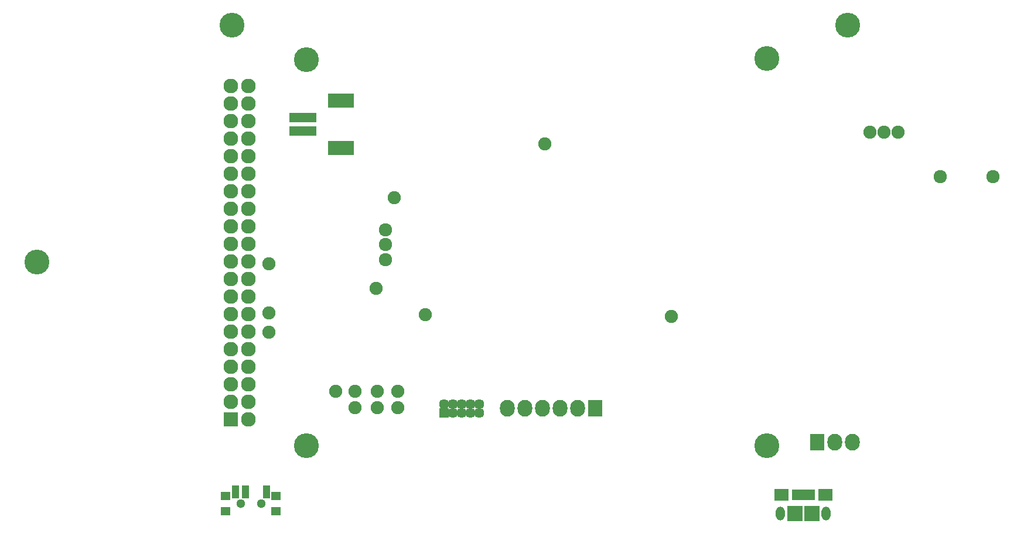
<source format=gbs>
G04 #@! TF.GenerationSoftware,KiCad,Pcbnew,(2016-12-18 revision 3ffa37c)-master*
G04 #@! TF.CreationDate,2017-05-23T14:06:46-07:00*
G04 #@! TF.ProjectId,badge-kicad,62616467652D6B696361642E6B696361,rev?*
G04 #@! TF.FileFunction,Soldermask,Bot*
G04 #@! TF.FilePolarity,Negative*
%FSLAX46Y46*%
G04 Gerber Fmt 4.6, Leading zero omitted, Abs format (unit mm)*
G04 Created by KiCad (PCBNEW (2016-12-18 revision 3ffa37c)-master) date Tuesday, May 23, 2017 'PMt' 02:06:46 PM*
%MOMM*%
%LPD*%
G01*
G04 APERTURE LIST*
%ADD10C,0.150000*%
%ADD11O,2.127200X2.432000*%
%ADD12R,2.127200X2.432000*%
%ADD13C,1.900000*%
%ADD14C,3.600000*%
%ADD15R,0.652780X1.602740*%
%ADD16O,1.299160X1.997660*%
%ADD17R,1.997660X1.799540*%
%ADD18R,2.299920X2.299920*%
%ADD19O,0.500006X1.200006*%
%ADD20C,1.924000*%
%ADD21R,3.800000X2.000000*%
%ADD22R,3.900000X1.400000*%
%ADD23C,1.450000*%
%ADD24R,1.450000X1.450000*%
%ADD25O,2.127200X2.127200*%
%ADD26R,2.127200X2.127200*%
%ADD27R,1.400000X1.200000*%
%ADD28R,1.100000X1.900000*%
%ADD29C,1.300000*%
G04 APERTURE END LIST*
D10*
D11*
X144330000Y-110262000D03*
X146870000Y-110262000D03*
X149410000Y-110262000D03*
X151950000Y-110262000D03*
X154490000Y-110262000D03*
D12*
X157030000Y-110262000D03*
D13*
X109868000Y-99276000D03*
X168034000Y-96990000D03*
X128030000Y-79762000D03*
X132474000Y-96736000D03*
X109868000Y-89370000D03*
X125362000Y-92926000D03*
X109868000Y-96482000D03*
D14*
X76340000Y-89116000D03*
D15*
X188427940Y-122792000D03*
X187777700Y-122792000D03*
X187130000Y-122792000D03*
X186482300Y-122792000D03*
X185832060Y-122792000D03*
D16*
X190429460Y-125461540D03*
X183830540Y-125461540D03*
D17*
X190327860Y-122792000D03*
X183932140Y-122792000D03*
D18*
X188328880Y-125466620D03*
X185931120Y-125466620D03*
D19*
X190430000Y-125462000D03*
X183830000Y-125462000D03*
D13*
X128530000Y-110162000D03*
X128530000Y-107762000D03*
X125530000Y-110162000D03*
X196736000Y-70320000D03*
X200800000Y-70320000D03*
X198768000Y-70320000D03*
X125530000Y-107762000D03*
X122330000Y-110162000D03*
X149780000Y-72012000D03*
X122330000Y-107762000D03*
X119530000Y-107762000D03*
D20*
X206930000Y-76762000D03*
X214530000Y-76762000D03*
D21*
X120305000Y-72562000D03*
X120305000Y-65762000D03*
D22*
X114755000Y-70162000D03*
X114755000Y-68162000D03*
D23*
X135180000Y-109642000D03*
X140260000Y-109642000D03*
X138990000Y-109642000D03*
X137720000Y-109642000D03*
X136450000Y-109642000D03*
X140260000Y-110912000D03*
X138990000Y-110912000D03*
X137720000Y-110912000D03*
X136450000Y-110912000D03*
D24*
X135180000Y-110912000D03*
D25*
X106940000Y-63640000D03*
X104400000Y-63640000D03*
X106940000Y-66180000D03*
X104400000Y-66180000D03*
X106940000Y-68720000D03*
X104400000Y-68720000D03*
X106940000Y-71260000D03*
X104400000Y-71260000D03*
X106940000Y-73800000D03*
X104400000Y-73800000D03*
X106940000Y-76340000D03*
X104400000Y-76340000D03*
X106940000Y-78880000D03*
X104400000Y-78880000D03*
X106940000Y-81420000D03*
X104400000Y-81420000D03*
X106940000Y-83960000D03*
X104400000Y-83960000D03*
X106940000Y-86500000D03*
X104400000Y-86500000D03*
X106940000Y-89040000D03*
X104400000Y-89040000D03*
X106940000Y-91580000D03*
X104400000Y-91580000D03*
X106940000Y-94120000D03*
X104400000Y-94120000D03*
X106940000Y-96660000D03*
X104400000Y-96660000D03*
X106940000Y-99200000D03*
X104400000Y-99200000D03*
X106940000Y-101740000D03*
X104400000Y-101740000D03*
X106940000Y-104280000D03*
X104400000Y-104280000D03*
X106940000Y-106820000D03*
X104400000Y-106820000D03*
X106940000Y-109360000D03*
X104400000Y-109360000D03*
X106940000Y-111900000D03*
D26*
X104400000Y-111900000D03*
D27*
X110930000Y-122987000D03*
X103630000Y-122987000D03*
X103630000Y-125187000D03*
X110930000Y-125187000D03*
D28*
X105030000Y-122337000D03*
X106530000Y-122337000D03*
X109530000Y-122337000D03*
D29*
X105780000Y-124087000D03*
X108780000Y-124087000D03*
D14*
X115330000Y-59762000D03*
X181830000Y-59662000D03*
X115330000Y-115662000D03*
X181830000Y-115662000D03*
X104530000Y-54762000D03*
X193530000Y-54762000D03*
D11*
X194210000Y-115162000D03*
X191670000Y-115162000D03*
D12*
X189130000Y-115162000D03*
D20*
X126730000Y-88712000D03*
X126730000Y-86562000D03*
X126730000Y-84412000D03*
M02*

</source>
